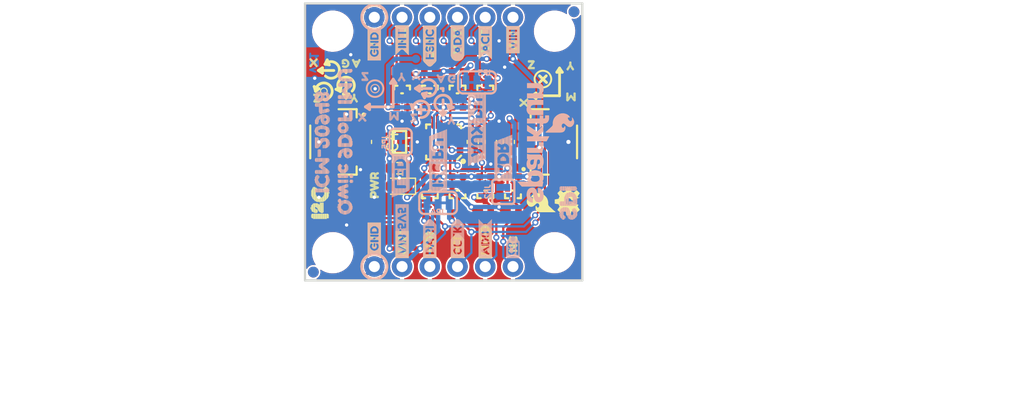
<source format=kicad_pcb>
(kicad_pcb (version 20221018) (generator pcbnew)
  (layers (0 "F.Cu" signal) (31 "B.Cu" signal) (34 "B.Paste" user) (35 "F.Paste" user) (36 "B.SilkS" user "B.Silkscreen") (37 "F.SilkS" user "F.Silkscreen") (38 "B.Mask" user) (39 "F.Mask" user) (44 "Edge.Cuts" user))
  (net 0 "")
  (net 1 "GND")
  (net 2 "Net-(U2-REGOUT)")
  (net 3 "/SDA{slash}SDI_VIN")
  (net 4 "/SCL{slash}SCLK_VIN")
  (net 5 "/~{CS}_VIN")
  (net 6 "/AD0{slash}SDO_VIN")
  (net 7 "/AUX_CL_VIN")
  (net 8 "/AUX_DA_VIN")
  (net 9 "/FSYNC_VIN")
  (net 10 "1.8V")
  (net 11 "VIN")
  (net 12 "/INT_VIN")
  (net 13 "Net-(JP3-Pad3)")
  (net 14 "Net-(JP3-Pad1)")
  (net 15 "Net-(JP4-Pad3)")
  (net 16 "Net-(JP4-Pad1)")
  (net 17 "Net-(JP5-Pad2)")
  (net 18 "/~{CS}")
  (net 19 "/AD0{slash}SDO")
  (net 20 "/SCL{slash}SCLK")
  (net 21 "/SDA{slash}SDI")
  (net 22 "/AUX_DA")
  (net 23 "/AUX_CL")
  (net 24 "/FSYNC")
  (net 25 "/INT")
  (net 26 "Net-(D1-PadC)")
  (footprint "SparkFun_IMU_Breakout_ICM-20948:SC70" (layer "F.Cu") (at 144.4371 105.0036 -90)
    (fp_text reference "U3" hide)
    (fp_text value "V_REG_SP6214-1.8V")
  )
  (footprint "SparkFun_IMU_Breakout_ICM-20948:GND4" (layer "F.Cu") (at 142.1511 97.8916 90)
    (fp_text reference "U$24" hide)
    (fp_text value "" hide)
  )
  (footprint "SparkFun_IMU_Breakout_ICM-20948:JST04_1MM_RA" (layer "F.Cu") (at 140.8811 105.0036 -90)
    (fp_text reference "J1" hide)
    (fp_text value "QWIIC_CONNECTORJS-1MM")
  )
  (footprint "SparkFun_IMU_Breakout_ICM-20948:STAND-OFF" (layer "F.Cu") (at 138.3411 94.8436)
    (fp_text reference "H3" hide)
    (fp_text value "STAND-OFF")
  )
  (footprint "SparkFun_IMU_Breakout_ICM-20948:SOT-416FL" (layer "F.Cu") (at 147.2311 99.6696)
    (fp_text reference "Q14" hide)
    (fp_text value "MOSFET-NCH-RE1C002UN")
  )
  (footprint "SparkFun_IMU_Breakout_ICM-20948:STAND-OFF" (layer "F.Cu") (at 158.6611 94.8436)
    (fp_text reference "H4" hide)
    (fp_text value "STAND-OFF")
  )
  (footprint "SparkFun_IMU_Breakout_ICM-20948:0402-TIGHT" (layer "F.Cu") (at 144.6911 101.8286 180)
    (fp_text reference "R24" hide)
    (fp_text value "2.2KOHM-0402T-1/16W-1%")
  )
  (footprint "SparkFun_IMU_Breakout_ICM-20948:0402-TIGHT" (layer "F.Cu") (at 149.7711 101.8286 180)
    (fp_text reference "R18" hide)
    (fp_text value "2.2KOHM-0402T-1/16W-1%")
  )
  (footprint "SparkFun_IMU_Breakout_ICM-20948:SOT-416FL" (layer "F.Cu") (at 152.3111 110.3376 180)
    (fp_text reference "Q4" hide)
    (fp_text value "MOSFET-NCH-RE1C002UN")
  )
  (footprint "SparkFun_IMU_Breakout_ICM-20948:0402-TIGHT" (layer "F.Cu") (at 147.2311 111.4806 180)
    (fp_text reference "R17" hide)
    (fp_text value "2.2KOHM-0402T-1/16W-1%")
  )
  (footprint "SparkFun_IMU_Breakout_ICM-20948:SOT-416FL" (layer "F.Cu") (at 144.6911 99.6696)
    (fp_text reference "Q16" hide)
    (fp_text value "MOSFET-NCH-RE1C002UN")
  )
  (footprint "SparkFun_IMU_Breakout_ICM-20948:VIN5" (layer "F.Cu") (at 144.6911 116.0526 90)
    (fp_text reference "U$13" hide)
    (fp_text value "" hide)
  )
  (footprint "SparkFun_IMU_Breakout_ICM-20948:0402-TIGHT" (layer "F.Cu") (at 149.7711 108.1786)
    (fp_text reference "R14" hide)
    (fp_text value "2.2KOHM-0402T-1/16W-1%")
  )
  (footprint "SparkFun_IMU_Breakout_ICM-20948:Y1" (layer "F.Cu") (at 161.1417 98.0438 180)
    (fp_text reference "U$41" hide)
    (fp_text value "" hide)
  )
  (footprint "SparkFun_IMU_Breakout_ICM-20948:SOT-416FL" (layer "F.Cu") (at 147.2311 110.3376 180)
    (fp_text reference "Q8" hide)
    (fp_text value "MOSFET-NCH-RE1C002UN")
  )
  (footprint "SparkFun_IMU_Breakout_ICM-20948:X0" (layer "F.Cu") (at 155.8419 102.4804 90)
    (fp_text reference "U$40" hide)
    (fp_text value "" hide)
  )
  (footprint "SparkFun_IMU_Breakout_ICM-20948:AD012" (layer "F.Cu") (at 152.3111 116.0526 90)
    (fp_text reference "U$17" hide)
    (fp_text value "" hide)
  )
  (footprint "Capacitor_SMD:C_0603_1608Metric" (layer "F.Cu") (at 142.4051 105.0036 -90)
    (fp_text reference "C4")
    (fp_text value "1.0UF-0603-16V-10%-X7R")
  )
  (footprint "SparkFun_IMU_Breakout_ICM-20948:0402-TIGHT" (layer "F.Cu") (at 149.7711 111.4806 180)
    (fp_text reference "R15" hide)
    (fp_text value "2.2KOHM-0402T-1/16W-1%")
  )
  (footprint "SparkFun_IMU_Breakout_ICM-20948:INT3" (layer "F.Cu") (at 144.6911 97.1296 90)
    (fp_text reference "U$21" hide)
    (fp_text value "" hide)
  )
  (footprint "SparkFun_IMU_Breakout_ICM-20948:0402-TIGHT" (layer "F.Cu") (at 147.2311 101.8286 180)
    (fp_text reference "R22" hide)
    (fp_text value "2.2KOHM-0402T-1/16W-1%")
  )
  (footprint "SparkFun_IMU_Breakout_ICM-20948:ACL1" (layer "F.Cu") (at 152.3111 97.5106 90)
    (fp_text reference "U$19" hide)
    (fp_text value "" hide)
  )
  (footprint "SparkFun_IMU_Breakout_ICM-20948:0402-TIGHT" (layer "F.Cu") (at 147.2311 98.5266)
    (fp_text reference "R23" hide)
    (fp_text value "2.2KOHM-0402T-1/16W-1%")
  )
  (footprint "SparkFun_IMU_Breakout_ICM-20948:PWR0" (layer "F.Cu") (at 142.1511 110.8456 90)
    (fp_text reference "U$3" hide)
    (fp_text value "" hide)
  )
  (footprint "LED_SMD:LED_0603_1608Metric" (layer "F.Cu") (at 144.4371 109.0676 180)
    (fp_text reference "D1" hide)
    (fp_text value "RED")
  )
  (footprint "SparkFun_IMU_Breakout_ICM-20948:ADA0" (layer "F.Cu") (at 149.7711 97.6376 90)
    (fp_text reference "U$18" hide)
    (fp_text value "" hide)
  )
  (footprint "SparkFun_IMU_Breakout_ICM-20948:CL4" (layer "F.Cu") (at 149.7711 116.0526 90)
    (fp_text reference "U$15" hide)
    (fp_text value "" hide)
  )
  (footprint "SparkFun_IMU_Breakout_ICM-20948:SFE_LOGO_FLAME_.1" (layer "F.Cu") (at 157.3911 110.5916 90)
    (fp_text reference "U$28" hide)
    (fp_text value "" hide)
  )
  (footprint "SparkFun_IMU_Breakout_ICM-20948:STAND-OFF" (layer "F.Cu") (at 138.3411 115.1636)
    (fp_text reference "H1" hide)
    (fp_text value "STAND-OFF")
  )
  (footprint "SparkFun_IMU_Breakout_ICM-20948:VIN5" (layer "F.Cu") (at 154.8511 97.2566 90)
    (fp_text reference "U$30" hide)
    (fp_text value "" hide)
  )
  (footprint "SparkFun_IMU_Breakout_ICM-20948:SOT-416FL" (layer "F.Cu") (at 154.8511 110.3376 180)
    (fp_text reference "Q2" hide)
    (fp_text value "MOSFET-NCH-RE1C002UN")
  )
  (footprint "SparkFun_IMU_Breakout_ICM-20948:Z2" (layer "F.Cu") (at 155.4947 97.9172)
    (fp_text reference "U$42" hide)
    (fp_text value "" hide)
  )
  (footprint "SparkFun_IMU_Breakout_ICM-20948:FIDUCIAL-1X2" (layer "F.Cu") (at 160.4391 93.0656)
    (fp_text reference "FD1" hide)
    (fp_text value "FIDUCIAL1X2" hide)
  )
  (footprint "SparkFun_IMU_Breakout_ICM-20948:OSHW-LOGO-MINI" (layer "F.Cu") (at 159.9311 110.4646 90)
    (fp_text reference "LOGO2" hide)
    (fp_text value "OSHW-LOGOMINI" hide)
  )
  (footprint "SparkFun_IMU_Breakout_ICM-20948:Z2" (layer "F.Cu") (at 137.9093 100.9904 180)
    (fp_text reference "U$36" hide)
    (fp_text value "" hide)
  )
  (footprint "SparkFun_IMU_Breakout_ICM-20948:SOT-416FL" (layer "F.Cu") (at 149.7711 99.6696)
    (fp_text reference "Q10" hide)
    (fp_text value "MOSFET-NCH-RE1C002UN")
  )
  (footprint "SparkFun_IMU_Breakout_ICM-20948:1X06_NO_SILK" (layer "F.Cu") (at 142.1511 116.4336)
    (fp_text reference "J3" hide)
    (fp_text value "CONN_06NO_SILK_NO_POP")
  )
  (footprint "SparkFun_IMU_Breakout_ICM-20948:0402-TIGHT" (layer "F.Cu") (at 152.3111 111.4806 180)
    (fp_text reference "R13" hide)
    (fp_text value "2.2KOHM-0402T-1/16W-1%")
  )
  (footprint "SparkFun_IMU_Breakout_ICM-20948:FSNC2" (layer "F.Cu") (at 147.2311 98.1456 90)
    (fp_text reference "U$20" hide)
    (fp_text value "" hide)
  )
  (footprint "SparkFun_IMU_Breakout_ICM-20948:Y1" (layer "F.Cu") (at 141.3383 100.9904 180)
    (fp_text reference "U$35" hide)
    (fp_text value "" hide)
  )
  (footprint "SparkFun_IMU_Breakout_ICM-20948:G5" (layer "F.Cu") (at 140.5763 97.8154 180)
    (fp_text reference "U$37" hide)
    (fp_text value "" hide)
  )
  (footprint "SparkFun_IMU_Breakout_ICM-20948:0402-TIGHT" (layer "F.Cu") (at 147.2311 108.1786)
    (fp_text reference "R16" hide)
    (fp_text value "2.2KOHM-0402T-1/16W-1%")
  )
  (footprint "SparkFun_IMU_Breakout_ICM-20948:QFN24-3X3" (layer "F.Cu") (at 148.5011 105.0036 180)
    (fp_text reference "U2" hide)
    (fp_text value "ICM-20948")
  )
  (footprint "SparkFun_IMU_Breakout_ICM-20948:0402-TIGHT" (layer "F.Cu") (at 149.7711 98.5266)
    (fp_text reference "R19" hide)
    (fp_text value "2.2KOHM-0402T-1/16W-1%")
  )
  (footprint "Capacitor_SMD:C_0603_1608Metric" (layer "F.Cu") (at 151.1681 105.0036 -90)
    (fp_text reference "C3" hide)
    (fp_text value "0.1UF-0603-25V-5%")
  )
  (footprint "SparkFun_IMU_Breakout_ICM-20948:M3" (layer "F.Cu") (at 161.3195 100.8886 180)
    (fp_text reference "U$39" hide)
    (fp_text value "" hide)
  )
  (footprint "SparkFun_IMU_Breakout_ICM-20948:0402-TIGHT" (layer "F.Cu") (at 144.6911 98.5266)
    (fp_text reference "R25" hide)
    (fp_text value "2.2KOHM-0402T-1/16W-1%")
  )
  (footprint "Capacitor_SMD:C_0603_1608Metric" (layer "F.Cu") (at 154.4701 105.0036 -90)
    (fp_text reference "C2" hide)
    (fp_text value "0.1UF-0603-25V-5%")
  )
  (footprint "SparkFun_IMU_Breakout_ICM-20948:0402-TIGHT" (layer "F.Cu") (at 152.3111 101.8286 180)
    (fp_text reference "R20" hide)
    (fp_text value "2.2KOHM-0402T-1/16W-1%")
  )
  (footprint "SparkFun_IMU_Breakout_ICM-20948:FIDUCIAL-1X2" (layer "F.Cu") (at 136.5631 116.9416)
    (fp_text reference "FD4" hide)
    (fp_text value "FIDUCIAL1X2" hide)
  )
  (footprint "SparkFun_IMU_Breakout_ICM-20948:SOT-416FL" (layer "F.Cu") (at 149.7711 110.3376 180)
    (fp_text reference "Q6" hide)
    (fp_text value "MOSFET-NCH-RE1C002UN")
  )
  (footprint "SparkFun_IMU_Breakout_ICM-20948:A4" (layer "F.Cu") (at 141.5923 97.8154 180)
    (fp_text reference "U$38" hide)
    (fp_text value "" hide)
  )
  (footprint "SparkFun_IMU_Breakout_ICM-20948:CREATIVE_COMMONS" (layer "F.Cu") (at 128.1811 128.1176)
    (fp_text reference "FRAME2" hide)
    (fp_text value "FRAME-LEDGER" hide)
  )
  (footprint "SparkFun_IMU_Breakout_ICM-20948:0402-TIGHT" (layer "F.Cu") (at 154.8511 108.1786)
    (fp_text reference "R10" hide)
    (fp_text value "2.2KOHM-0402T-1/16W-1%")
  )
  (footprint "SparkFun_IMU_Breakout_ICM-20948:0402-TIGHT" (layer "F.Cu") (at 154.8511 111.4806 180)
    (fp_text reference "R11" hide)
    (fp_text value "2.2KOHM-0402T-1/16W-1%")
  )
  (footprint "SparkFun_IMU_Breakout_ICM-20948:STAND-OFF" (layer "F.Cu") (at 158.6611 115.1636)
    (fp_text reference "H2" hide)
    (fp_text value "STAND-OFF")
  )
  (footprint "Resistor_SMD:R_0603_1608Metric" (layer "F.Cu") (at 144.4371 107.4166 180)
    (fp_text reference "R9" hide)
    (fp_text value "220OHM-0603-1/10W-1%" hide)
  )
  (footprint "SparkFun_IMU_Breakout_ICM-20948:X0" (layer "F.Cu") (at 137.6553 97.7392 180)
    (fp_text reference "U$34" hide)
    (fp_text value "" hide)
  )
  (footprint "SparkFun_IMU_Breakout_ICM-20948:1X06_NO_SILK" (layer "F.Cu") (at 142.1511 93.5736)
    (fp_text reference "J4" hide)
    (fp_text value "CONN_06NO_SILK_NO_POP")
  )
  (footprint "SparkFun_IMU_Breakout_ICM-20948:DA2" (layer "F.Cu") (at 147.2311 116.0526 90)
    (fp_text reference "U$16" hide)
    (fp_text value "" hide)
  )
  (footprint "Capacitor_SMD:C_0603_1608Metric" (layer "F.Cu") (at 152.8191 105.0036 -90)
    (fp_text reference "C1" hide)
    (fp_text value "1.0UF-0603-16V-10%-X7R")
  )
  (footprint "SparkFun_IMU_Breakout_ICM-20948:GND4" (layer "F.Cu") (at 142.1511 115.6716 90)
    (fp_text reference "U$22" hide)
    (fp_text value "" hide)
  )
  (footprint "SparkFun_IMU_Breakout_ICM-20948:0402-TIGHT" (layer "F.Cu") (at 152.3111 108.1786)
    (fp_text reference "R12" hide)
    (fp_text value "2.2KOHM-0402T-1/16W-1%")
  )
  (footprint "SparkFun_IMU_Breakout_ICM-20948:NC17" (layer "F.Cu") (at 154.8511 115.7986 90)
    (fp_text reference "U$14" hide)
    (fp_text value "" hide)
  )
  (footprint "SparkFun_IMU_Breakout_ICM-20948:JST04_1MM_RA" (layer "F.Cu") (at 156.1211 105.0036 90)
    (fp_text reference "J2" hide)
    (fp_text value "QWIIC_CONNECTORJS-1MM")
  )
  (footprint "SparkFun_IMU_Breakout_ICM-20948:0402-TIGHT" (layer "F.Cu") (at 152.3111 98.5266)
    (fp_text reference "R21" hide)
    (fp_text value "2.2KOHM-0402T-1/16W-1%")
  )
  (footprint "SparkFun_IMU_Breakout_ICM-20948:SOT-416FL" (layer "F.Cu") (at 152.3111 99.6696)
    (fp_text reference "Q12" hide)
    (fp_text value "MOSFET-NCH-RE1C002UN")
  )
  (footprint "SparkFun_IMU_Breakout_ICM-20948:I#C1" (layer "F.Cu") (at 137.1727 113.4491 90)
    (fp_text reference "U$45" hide)
    (fp_text value "" hide)
  )
  (footprint "SparkFun_IMU_Breakout_ICM-20948:FIDUCIAL-1X2" (layer "B.Cu") (at 160.4391 93.0656 180)
    (fp_text reference "FD2" hide)
    (fp_text value "FIDUCIAL1X2" hide)
  )
  (footprint "SparkFun_IMU_Breakout_ICM-20948:MOSI14" (layer "B.Cu") (at 147.2311 116.0526 90)
    (fp_text reference "U$9" hide)
    (fp_text value "" hide)
  )
  (footprint "SparkFun_IMU_Breakout_ICM-20948:QWIIC_9DOF_IMU_0" (layer "B.Cu") (at 139.4841 112.8141 90)
    (fp_text reference "U$43" hide)
    (fp_text value "" hide)
  )
  (footprint "SparkFun_IMU_Breakout_ICM-20948:SPI19" (layer "B.Cu") (at 159.9311 113.5126 90)
    (fp_text reference "U$26" hide)
    (fp_text value "" hide)
  )
  (footprint "SparkFun_IMU_Breakout_ICM-20948:GND4" (layer "B.Cu") (at 142.1511 115.6716 90)
    (fp_text reference "U$1" hide)
    (fp_text value "" hide)
  )
  (footprint "SparkFun_IMU_Breakout_ICM-20948:ACL1" (layer "B.Cu") (at 152.3111 97.5106 90)
    (fp_text reference "U$6" hide)
    (fp_text value "" hide)
  )
  (footprint "SparkFun_IMU_Breakout_ICM-20948:AUX_PU24" (layer "B.Cu") (at 151.5491 107.2896 90)
    (fp_text reference "U$27" hide)
    (fp_text value "" hide)
  )
  (footprint "SparkFun_IMU_Breakout_ICM-20948:SMT-JUMPER_3_2-NC_TRACE_SILK" (layer "B.Cu") (at 151.5491 99.5426 180)
    (fp_text reference "JP3")
    (fp_text value "JUMPER-SMT_3_2-NC_TRACE_SILK")
  )
  (footprint "SparkFun_IMU_Breakout_ICM-20948:INT3" (layer "B.Cu") (at 144.6911 97.1296 90)
    (fp_text reference "U$4" hide)
    (fp_text value "" hide)
  )
  (footprint "SparkFun_IMU_Breakout_ICM-20948:SFE_LOGO_NAME_FLAME_.1" (layer "B.Cu") (at 156.7561 105.0036 90)
    (fp_text reference "LOGO1" hide)
    (fp_text value "SFE_LOGO_NAME_FLAME.1_INCH" hide)
  )
  (footprint "SparkFun_IMU_Breakout_ICM-20948:PAD.03X.03" (layer "B.Cu") (at 145.9611 97.3836 180)
    (fp_text reference "TP1" hide)
    (fp_text value "TEST-POINT3" hide)
  )
  (footprint "SparkFun_IMU_Breakout_ICM-20948:MISO13" (layer "B.Cu") (at 152.3111 116.0526 90)
    (fp_text reference "U$8" hide)
    (fp_text value "" hide)
  )
  (footprint "SparkFun_IMU_Breakout_ICM-20948:1V8#5V57" (layer "B.Cu") (at 144.6911 116.0526 90)
    (fp_text reference "U$12" hide)
    (fp_text value "" hide)
  )
  (footprint "SparkFun_IMU_Breakout_ICM-20948:X0" (layer "B.Cu") (at 147.0533 98.933 180)
    (fp_text reference "U$57" hide)
    (fp_text value "" hide)
  )
  (footprint "SparkFun_IMU_Breakout_ICM-20948:Y1" (layer "B.Cu") (at 143.6075 99.0598)
    (fp_text reference "U$51" hide)
    (fp_text value "" hide)
  )
  (footprint "SparkFun_IMU_Breakout_ICM-20948:#CS16" (layer "B.Cu") (at 154.8511 116.1796 90)
    (fp_text reference "U$11" hide)
    (fp_text value "" hide)
  )
  (footprint "SparkFun_IMU_Breakout_ICM-20948:M3" (layer "B.Cu") (at 142.7947 102.6666)
    (fp_text reference "U$49" hide)
    (fp_text value "" hide)
  )
  (footprint "SparkFun_IMU_Breakout_ICM-20948:Z2" (layer "B.Cu") (at 146.7993 102.7938 180)
    (fp_text reference "U$59" hide)
    (fp_text value "" hide)
  )
  (footprint "SparkFun_IMU_Breakout_ICM-20948:ADR2" (layer "B.Cu") (at 153.9621 109.0676 90)
    (fp_text reference "U$23" hide)
    (fp_text value "" hide)
  )
  (footprint "SparkFun_IMU_Breakout_ICM-20948:SMT-JUMPER_2_NO_SILK" (layer "B.Cu") (at 153.9621 109.5756 -90)
    (fp_text reference "JP2")
    (fp_text value "JUMPER-SMT_2_NO_SILK")
  )
  (footprint "SparkFun_IMU_Breakout_ICM-20948:A4" (layer "B.Cu") (at 147.1549 99.2124)
    (fp_text reference "U$61" hide)
    (fp_text value "" hide)
  )
  (footprint "SparkFun_IMU_Breakout_ICM-20948:FIDUCIAL-1X2" (layer "B.Cu") (at 136.5631 116.9416 180)
    (fp_text reference "FD3" hide)
    (fp_text value "FIDUCIAL1X2" hide)
  )
  (footprint "SparkFun_IMU_Breakout_ICM-20948:Y1" (layer "B.Cu") (at 148.1709 103.0224)
    (fp_text reference "U$58" hide)
    (fp_text value "" hide)
  )
  (footprint "SparkFun_IMU_Breakout_ICM-20948:ADA0" (layer "B.Cu") (at 149.7711 97.6376 90)
    (fp_text reference "U$7" hide)
    (fp_text value "" hide)
  )
  (footprint "SparkFun_IMU_Breakout_ICM-20948:FSNC2" (layer "B.Cu") (at 147.2311 98.1456 90)
    (fp_text reference "U$5" hide)
    (fp_text value "" hide)
  )
  (footprint "SparkFun_IMU_Breakout_ICM-20948:VIN5" (layer "B.Cu") (at 154.8511 97.2566 90)
    (fp_text reference "U$44" hide)
    (fp_text value "" hide)
  )
  (footprint "SparkFun_IMU_Breakout_ICM-20948:SMT-JUMPER_2_NC_TRACE_SILK" (layer "B.Cu") (at 144.5641 105.0036 -90)
    (fp_text reference "JP5")
    (fp_text value "JUMPER-SMT_2_NC_TRACE_SILK")
  )
  (footprint "SparkFun_IMU_Breakout_ICM-20948:LED23" (layer "B.Cu") (at 144.5641 110.2106 90)
    (fp_text reference "U$29" hide)
    (fp_text value "" hide)
  )
  (footprint "SparkFun_IMU_Breakout_ICM-20948:G5" (layer "B.Cu") (at 148.1709 99.2124)
    (fp_text reference "U$60" hide)
    (fp_text value "" hide)
  )
  (footprint "SparkFun_IMU_Breakout_ICM-20948:SCLK15" (layer "B.Cu") (at 149.7711 116.0526 90)
    (fp_text reference "U$10" hide)
    (fp_text value "" hide)
  )
  (footprint "SparkFun_IMU_Breakout_ICM-20948:X0" (layer "B.Cu") (at 139.9753 102.7428)
    (fp_text reference "U$50" hide)
    (fp_text value "" hide)
  )
  (footprint "SparkFun_IMU_Breakout_ICM-20948:GND4" (layer "B.Cu") (at 142.1511 97.8916 90)
    (fp_text reference "U$2" hide)
    (fp_text value "" hide)
  )
  (footprint "SparkFun_IMU_Breakout_ICM-20948:Z2" (layer "B.Cu") (at 140.2547 99.009)
    (fp_text reference "U$52" hide)
    (fp_text value "" hide)
  )
  (footprint "SparkFun_IMU_Breakout_ICM-20948:ICM#2094820" (layer "B.Cu") (at 137.3886 110.7821 90)
    (fp_text reference "U$31" hide)
    (fp_text value "" hide)
  )
  (footprint "SparkFun_IMU_Breakout_ICM-20948:I2C_PU21" (layer "B.Cu") (at 147.9931 110.0836 90)
    (fp_text reference "U$25" hide)
    (fp_text value "" hide)
  )
  (footprint "SparkFun_IMU_Breakout_ICM-20948:SMT-JUMPER_3_2-NC_TRACE_SILK" (layer "B.Cu") (at 147.9931 110.5916)
    (fp_text reference "JP4")
    (fp_text value "JUMPER-SMT_3_2-NC_TRACE_SILK")
  )
  (gr_line (start 141.7191 101.5324) (end 141.3381 101.7864) (stroke (width 0.254)) (layer "B.SilkS"))
  (gr_circle (center 142.2146 100.1141) (end 142.9766 100.1141) (stroke (width 0.1778)) (fill none) (layer "B.SilkS"))
  (gr_line (start 145.9103 100.1014) (end 147.3835 100.1014) (stroke (width 0.254)) (layer "B.SilkS"))
  (gr_line (start 143.8781 101.7864) (end 143.8781 99.2464) (stroke (width 0.254)) (layer "B.SilkS"))
  (gr_line (start 145.9865 101.7778) (end 145.5293 101.5746) (stroke (width 0.254)) (layer "B.SilkS"))
  (gr_line (start 146.418103 101.684766) (end 146.418103 102.421369) (stroke (width 0.254)) (layer "B.SilkS"))
  (gr_line (start 148.8821 101.6254) (end 149.3901 101.8286) (stroke (width 0.254)) (layer "B.SilkS"))
  (gr_line (start 146.9517 100.5078) (end 146.7485 100.965) (stroke (width 0.254)) (layer "B.SilkS"))
  (gr_circle (center 142.2146 100.1141) (end 142.5956 100.1141) (fill none) (layer "B.SilkS"))
  (gr_line (start 141.7191 102.0404) (end 141.7191 101.5324) (stroke (width 0.254)) (layer "B.SilkS"))
  (gr_line (start 145.7579 101.7778) (end 145.6817 101.6762) (stroke (width 0.254)) (layer "B.SilkS"))
  (gr_line (start 148.1963 102.2604) (end 148.4503 102.6414) (stroke (width 0.254)) (layer "B.SilkS"))
  (gr_line (start 146.2913 100.3554) (end 146.2913 99.8474) (stroke (width 0.254)) (layer "B.SilkS"))
  (gr_line (start 146.7485 100.965) (end 146.5453 100.6094) (stroke (width 0.254)) (layer "B.SilkS"))
  (gr_line (start 148.4503 100.1014) (end 148.4503 100.33) (stroke (width 0.254)) (layer "B.SilkS"))
  (gr_line (start 145.6563 102.0064) (end 145.9865 101.7778) (stroke (width 0.254)) (layer "B.SilkS"))
  (gr_line (start 146.2913 99.8474) (end 145.9103 100.1014) (stroke (width 0.254)) (layer "B.SilkS"))
  (gr_line (start 144.1321 99.6274) (end 143.8781 99.2464) (stroke (width 0.254)) (layer "B.SilkS"))
  (gr_line (start 148.9837 102.0064) (end 148.8821 101.6254) (stroke (width 0.254)) (layer "B.SilkS"))
  (gr_line (start 146.5453 100.584) (end 146.9517 100.5078) (stroke (width 0.254)) (layer "B.SilkS"))
  (gr_line (start 145.5293 101.5746) (end 145.6563 102.0064) (stroke (width 0.254)) (layer "B.SilkS"))
  (gr_line (start 148.4503 100.1014) (end 148.2471 100.1014) (stroke (width 0.254)) (layer "B.SilkS"))
  (gr_line (start 149.3901 101.8286) (end 148.9837 102.0064) (stroke (width 0.254)) (layer "B.SilkS"))
  (gr_line (start 148.7043 102.2604) (end 148.1963 102.2604) (stroke (width 0.254)) (layer "B.SilkS"))
  (gr_circle (center 142.1511 93.5736) (end 143.303093 93.5736) (stroke (width 0.254)) (fill none) (layer "B.SilkS"))
  (gr_line (start 148.4503 102.6414) (end 148.7043 102.2604) (stroke (width 0.254)) (layer "B.SilkS"))
  (gr_arc (start 145.6563 102.0064) (mid 146.957115 101.467585) (end 146.4183 102.7684) (stroke (width 0.254)) (layer "B.SilkS"))
  (gr_line (start 141.3381 101.7864) (end 141.7191 102.0404) (stroke (width 0.254)) (layer "B.SilkS"))
  (gr_line (start 145.7833 101.8794) (end 145.6563 101.8794) (stroke (width 0.127)) (layer "B.SilkS"))
  (gr_line (start 146.7737 102.040363) (end 146.062496 102.040357) (stroke (width 0.254)) (layer "B.SilkS"))
  (gr_line (start 145.9103 100.1014) (end 146.2913 100.3554) (stroke (width 0.254)) (layer "B.SilkS"))
  (gr_line (start 148.4503 102.6414) (end 148.4503 101.1428) (stroke (width 0.254)) (layer "B.SilkS"))
  (gr_arc (start 146.522315 99.529947) (mid 147.840279 100.025338) (end 146.558043 100.606985) (stroke (width 0.254)) (layer "B.SilkS"))
  (gr_circle (center 142.1511 116.4336) (end 143.303093 116.4336) (stroke (width 0.254)) (fill none) (layer "B.SilkS"))
  (gr_line (start 143.8781 99.2464) (end 143.6241 99.6274) (stroke (width 0.254)) (layer "B.SilkS"))
  (gr_arc (start 147.929646 102.029385) (mid 148.425037 100.711421) (end 149.006684 101.993657) (stroke (width 0.254)) (layer "B.SilkS"))
  (gr_line (start 143.8781 101.7864) (end 141.3381 101.7864) (stroke (width 0.254)) (layer "B.SilkS"))
  (gr_line (start 143.6241 99.6274) (end 144.1321 99.6274) (stroke (width 0.254)) (layer "B.SilkS"))
  (gr_line (start 139.5603 99.568) (end 139.5603 100.9904) (stroke (width 0.254)) (layer "F.SilkS"))
  (gr_line (start 139.8143 100.6094) (end 139.3063 100.6094) (stroke (width 0.254)) (layer "F.SilkS"))
  (gr_line (start 136.7663 100.3554) (end 137.0965 100.1268) (stroke (width 0.254)) (layer "F.SilkS"))
  (gr_line (start 159.1181 98.2304) (end 158.8641 98.6114) (stroke (width 0.254)) (layer "F.SilkS"))
  (gr_line (start 139.3063 100.6094) (end 139.5603 100.9904) (stroke (width 0.254)) (layer "F.SilkS"))
  (gr_line (start 139.5603 98.4504) (end 139.5603 98.6536) (stroke (width 0.254)) (layer "F.SilkS"))
  (gr_line (start 138.029609 97.93765) (end 137.834621 97.476888) (stroke (width 0.254)) (layer "F.SilkS"))
  (gr_line (start 137.0965 100.1268) (end 136.6393 99.9236) (stroke (width 0.254)) (layer "F.SilkS"))
  (gr_line (start 157.8989 98.941563) (end 157.289296 99.551157) (stroke (width 0.254)) (layer "F.SilkS"))
  (gr_line (start 137.4013 98.1964) (end 137.0203 98.4504) (stroke (width 0.254)) (layer "F.SilkS"))
  (gr_line (start 158.8641 98.6114) (end 159.3721 98.6114) (stroke (width 0.254)) (layer "F.SilkS"))
  (gr_line (start 139.5603 100.9904) (end 139.8143 100.6094) (stroke (width 0.254)) (layer "F.SilkS"))
  (gr_circle (center 137.5283 100.3554) (end 137.8331 100.3554) (fill none) (layer "F.SilkS"))
  (gr_line (start 159.1181 100.7704) (end 156.5781 100.7704) (stroke (width 0.254)) (layer "F.SilkS"))
  (gr_line (start 136.6393 99.9236) (end 136.7663 100.3554) (stroke (width 0.254)) (layer "F.SilkS"))
  (gr_arc (start 137.632315 97.878947) (mid 138.950279 98.374338) (end 137.668043 98.955985) (stroke (width 0.254)) (layer "F.SilkS"))
  (gr_line (start 159.1181 100.7704) (end 159.1181 98.2304) (stroke (width 0.254)) (layer "F.SilkS"))
  (gr_line (start 137.632315 97.878947) (end 138.029609 97.93765) (stroke (width 0.254)) (layer "F.SilkS"))
  (gr_line (start 156.5781 100.7704) (end 156.9591 101.0244) (stroke (width 0.254)) (layer "F.SilkS"))
  (gr_line (start 137.0203 98.4504) (end 137.4013 98.7044) (stroke (width 0.254)) (layer "F.SilkS"))
  (gr_line (start 157.289303 98.941566) (end 157.924303 99.551169) (stroke (width 0.254)) (layer "F.SilkS"))
  (gr_line (start 136.8679 100.1268) (end 136.7917 100.0252) (stroke (width 0.254)) (layer "F.SilkS"))
  (gr_line (start 139.09835 99.981091) (end 138.637587 100.176079) (stroke (width 0.254)) (layer "F.SilkS"))
  (gr_line (start 156.9591 101.0244) (end 156.9591 100.5164) (stroke (width 0.254)) (layer "F.SilkS"))
  (gr_line (start 159.3721 98.6114) (end 159.1181 98.2304) (stroke (width 0.254)) (layer "F.SilkS"))
  (gr_circle (center 142.1511 93.5736) (end 143.292121 93.5736) (stroke (width 0.254)) (fill none) (layer "F.SilkS"))
  (gr_line (start 156.9591 100.5164) (end 156.5781 100.7704) (stroke (width 0.254)) (layer "F.SilkS"))
  (gr_line (start 136.8933 100.2284) (end 136.7663 100.2284) (stroke (width 0.127)) (layer "F.SilkS"))
  (gr_line (start 139.039646 100.378385) (end 139.09835 99.981091) (stroke (width 0.254)) (layer "F.SilkS"))
  (gr_arc (start 136.7663 100.3554) (mid 138.067115 99.816585) (end 137.5283 101.1174) (stroke (width 0.254)) (layer "F.SilkS"))
  (gr_line (start 139.5603 98.4504) (end 139.3571 98.4504) (stroke (width 0.254)) (layer "F.SilkS"))
  (gr_circle (center 142.1511 116.4336) (end 143.303093 116.4336) (stroke (width 0.254)) (fill none) (layer "F.SilkS"))
  (gr_line (start 138.637587 100.176079) (end 139.039646 100.378385) (stroke (width 0.254)) (layer "F.SilkS"))
  (gr_line (start 137.4013 98.7044) (end 137.4013 98.1964) (stroke (width 0.254)) (layer "F.SilkS"))
  (gr_line (start 137.0457 98.4504) (end 138.4427 98.4504) (stroke (width 0.254)) (layer "F.SilkS"))
  (gr_circle (center 157.5943 99.2378) (end 158.3563 99.2378) (stroke (width 0.1778)) (fill none) (layer "F.SilkS"))
  (gr_line (start 137.834621 97.476888) (end 137.632315 97.878947) (stroke (width 0.254)) (layer "F.SilkS"))
  (gr_arc (start 139.039646 100.378385) (mid 139.535037 99.060421) (end 140.116684 100.342657) (stroke (width 0.254)) (layer "F.SilkS"))
  (gr_line (start 161.2011 117.7036) (end 135.8011 117.7036) (stroke (width 0.2032)) (layer "Edge.Cuts"))
  (gr_line (start 161.2011 92.3036) (end 161.2011 117.7036) (stroke (width 0.2032)) (layer "Edge.Cuts"))
  (gr_line (start 135.8011 92.3036) (end 161.2011 92.3036) (stroke (width 0.2032)) (layer "Edge.Cuts"))
  (gr_line (start 135.8011 117.7036) (end 135.8011 92.3036) (stroke (width 0.2032)) (layer "Edge.Cuts"))
  (gr_text "v31" (at 136.1821 98.7806 -90) (layer "B.Cu") (effects (font (size 0.7112 0.7112) (thickness 0.1778)) (justify left bottom mirror)))
  (segment (start 143.2551 105.0036) (end 142.4051 105.8536) (width 0.4064) (layer "F.Cu") (net 1))
  (segment (start 146.9486 106.0036) (end 146.3261 106.0036) (width 0.2032) (layer "F.Cu") (net 1))
  (segment (start 146.3261 106.0036) (end 146.0881 105.7656) (width 0.2032) (layer "F.Cu") (net 1))
  (segment (start 143.6121 105.0036) (end 143.2551 105.0036) (width 0.4064) (layer "F.Cu") (net 1))
  (segment (start 154.4701 105.8536) (end 152.8191 105.8536) (width 0.4064) (layer "F.Cu") (net 1))
  (segment (start 146.0881 105.7656) (end 146.0881 105.0036) (width 0.2032) (layer "F.Cu") (net 1))
  (segment (start 152.8191 105.8536) (end 151.1681 105.8536) (width 0.4064) (layer "F.Cu") (net 1))
  (via (at 153.5811 103.0986) (size 0.5588) (drill 0.3048) (layers "F.Cu" "B.Cu") (net 1))
  (via (at 144.4371 108.3056) (size 0.5588) (drill 0.3048) (layers "F.Cu" "B.Cu") (net 1))
  (via (at 159.9311 105.0036) (size 0.635) (drill 0.381) (layers "F.Cu" "B.Cu") (net 1))
  (via (at 139.9921 97.0026) (size 0.5588) (drill 0.3048) (layers "F.Cu" "B.Cu") (net 1))
  (via (at 137.0711 105.0036) (size 0.5588) (drill 0.3048) (layers "F.Cu" "B.Cu") (net 1))
  (via (at 142.1511 110.0836) (size 0.5588) (drill 0.3048) (layers "F.Cu" "B.Cu") (net 1))
  (via (at 151.1681 107.0356) (size 0.5588) (drill 0.3048) (layers "F.Cu" "B.Cu") (net 1))
  (via (at 136.6901 99.1616) (size 0.5588) (drill 0.3048) (layers "F.Cu" "B.Cu") (net 1))
  (via (at 153.5811 95.7326) (size 0.5588) (drill 0.3048) (layers "F.Cu" "B.Cu") (net 1))
  (via (at 146.0881 105.0036) (size 0.5588) (drill 0.3048) (layers "F.Cu" "B.Cu") (net 1))
  (via (at 140.8811 107.5436) (size 0.5588) (drill 0.3048) (layers "F.Cu" "B.Cu") (net 1))
  (via (at 152.8191 107.0356) (size 0.5588) (drill 0.3048) (layers "F.Cu" "B.Cu") (net 1))
  (via (at 139.6111 112.6236) (size 0.5588) (drill 0.3048) (layers "F.Cu" "B.Cu") (net 1))
  (via (at 142.2273 100.1268) (size 0.5588) (drill 0.3048) (layers "F.Cu" "B.Cu") (net 1))
  (via (at 154.0891 98.1456) (size 0.5588) (drill 0.3048) (layers "F.Cu" "B.Cu") (net 1))
  (via (at 139.6111 102.4636) (size 0.5588) (drill 0.3048) (layers "F.Cu" "B.Cu") (net 1))
  (via (at 137.0711 110.0836) (size 0.5588) (drill 0.3048) (layers "F.Cu" "B.Cu") (net 1))
  (via (at 144.6911 103.0986) (size 0.5588) (drill 0.3048) (layers "F.Cu" "B.Cu") (net 1))
  (segment (start 148.3011 103.5036) (end 148.3011 103.0226) (width 0.2032) (layer "F.Cu") (net 2))
  (segment (start 148.3011 103.0226) (end 148.5011 102.8226) (width 0.2032) (layer "F.Cu") (net 2))
  (segment (start 151.1681 102.9716) (end 151.1681 104.1536) (width 0.2032) (layer "F.Cu") (net 2))
  (segment (start 151.0411 102.8446) (end 151.1681 102.9716) (width 0.2032) (layer "F.Cu") (net 2))
  (via (at 151.0411 102.8446) (size 0.5588) (drill 0.3048) (layers "F.Cu" "B.Cu") (net 2))
  (via (at 148.5011 102.8226) (size 0.5588) (drill 0.3048) (layers "F.Cu" "B.Cu") (net 2))
  (segment (start 148.5011 102.8226) (end 151.0191 102.8226) (width 0.2032) (layer "B.Cu") (net 2))
  (segment (start 151.0191 102.8226) (end 151.0411 102.8446) (width 0.2032) (layer "B.Cu") (net 2))
  (segment (start 147.2311 110.3876) (end 147.7311 110.8876) (width 0.2032) (layer "F.Cu") (net 3))
  (segment (start 157.0181 104.5036) (end 157.7721 105.2576) (width 0.2032) (layer "F.Cu") (net 3))
  (segment (start 157.0181 104.5036) (end 156.1211 104.5036) (width 0.2032) (layer "F.Cu") (net 3))
  (segment (start 147.7311 111.4806) (end 147.7311 111.8536) (width 0.2032) (layer "F.Cu") (net 3))
  (segment (start 157.7721 110.8456) (end 156.8831 111.7346) (width 0.2032) (layer "F.Cu") (net 3))
  (segment (start 144.1831 112.3696) (end 141.0081 112.3696) (width 0.2032) (layer "F.Cu") (net 3))
  (segment (start 147.7311 110.8876) (end 147.7311 111.4806) (width 0.2032) (layer "F.Cu") (net 3))
  (segment (start 144.1831 112.3696) (end 146.1651 110.3876) (width 0.2032) (layer "F.Cu") (net 3))
  (segment (start 147.2311 110.3876) (end 146.1651 110.3876) (width 0.2032) (layer "F.Cu") (net 3))
  (segment (start 139.4921 105.5036) (end 140.8811 105.5036) (width 0.2032) (layer "F.Cu") (net 3))
  (segment (start 139.1031 105.8926) (end 139.4921 105.5036) (width 0.2032) (layer "F.Cu") (net 3))
  (segment (start 141.0081 112.3696) (end 139.1031 110.4646) (width 0.2032) (layer "F.Cu") (net 3))
  (segment (start 139.1031 110.4646) (end 139.1031 105.8926) (width 0.2032) (layer "F.Cu") (net 3))
  (segment (start 157.7721 105.2576) (end 157.7721 110.8456) (width 0.2032) (layer "F.Cu") (net 3))
  (segment (start 148.6281 112.7506) (end 147.7311 111.8536) (width 0.2032) (layer "F.Cu") (net 3))
  (via (at 156.8831 111.7346) (size 0.5588) (drill 0.3048) (layers "F.Cu" "B.Cu") (net 3))
  (via (at 148.6281 112.7506) (size 0.5588) (drill 0.3048) (layers "F.Cu" "B.Cu") (net 3))
  (segment (start 147.2311 114.7826) (end 148.6281 113.3856) (width 0.2032) (layer "B.Cu") (net 3))
  (segment (start 147.2311 116.4336) (end 147.2311 114.7826) (width 0.2032) (layer "B.Cu") (net 3))
  (segment (start 148.6281 112.7506) (end 148.6281 113.3856) (width 0.2032) (layer "B.Cu") (net 3))
  (segment (start 155.8671 112.7506) (end 156.8831 111.7346) (width 0.2032) (layer "B.Cu") (net 3))
  (segment (start 155.8671 112.7506) (end 148.6281 112.7506) (width 0.2032) (layer "B.Cu") (net 3))
  (segment (start 157.2881 103.5036) (end 158.1531 104.3686) (width 0.2032) (layer "F.Cu") (net 4))
  (segment (start 141.1351 111.9886) (end 139.4841 110.3376) (width 0.2032) (layer "F.Cu") (net 4))
  (segment (start 139.4841 106.9086) (end 139.4841 110.3376) (width 0.2032) (layer "F.Cu") (net 4))
  (segment (start 158.1531 111.1471) (end 156.9052 112.395) (width 0.2032) (layer "F.Cu") (net 4))
  (segment (start 150.2711 110.8876) (end 150.2711 111.4806) (width 0.2032) (layer "F.Cu") (net 4))
  (segment (start 149.7711 110.3876) (end 149.2131 109.8296) (width 0.2032) (layer "F.Cu") (net 4))
  (segment (start 144.025731 111.9886) (end 141.1351 111.9886) (width 0.2032) (layer "F.Cu") (net 4))
  (segment (start 140.8811 106.5036) (end 139.8891 106.5036) (width 0.2032) (layer "F.Cu") (net 4))
  (segment (start 149.7711 110.3876) (end 150.2711 110.8876) (width 0.2032) (layer "F.Cu") (net 4))
  (segment (start 146.184731 109.8296) (end 144.025731 111.9886) (width 0.2032) (layer "F.Cu") (net 4))
  (segment (start 150.2711 111.4806) (end 150.2711 112.4886) (width 0.2032) (layer "F.Cu") (net 4))
  (segment (start 149.2131 109.8296) (end 146.184731 109.8296) (width 0.2032) (layer "F.Cu") (net 4))
  (segment (start 157.2881 103.5036) (end 156.1211 103.5036) (width 0.2032) (layer "F.Cu") (net 4))
  (segment (start 139.8891 106.5036) (end 139.4841 106.9086) (width 0.2032) (layer "F.Cu") (net 4))
  (segment (start 158.1531 104.3686) (end 158.1531 111.1471) (width 0.2032) (layer "F.Cu") (net 4))
  (segment (start 151.0411 113.2586) (end 150.2711 112.4886) (width 0.2032) (layer "F.Cu") (net 4))
  (via (at 151.0411 113.2586) (size 0.5588) (drill 0.3048) (layers "F.Cu" "B.Cu") (net 4))
  (via (at 156.9052 112.395) (size 0.5588) (drill 0.3048) (layers "F.Cu" "B.Cu") (net 4))
  (segment (start 156.9052 112.395) (end 156.0416 113.2586) (width 0.2032) (layer "B.Cu") (net 4))
  (segment (start 149.7711 116.4336) (end 151.0411 115.1636) (width 0.2032) (layer "B.Cu") (net 4))
  (segment (start 156.0416 113.2586) (end 151.0411 113.2586) (width 0.2032) (layer "B.Cu") (net 4))
  (segment (start 151.0411 113.2586) (end 151.0411 115.1636) (width 0.2032) (layer "B.Cu") (net 4))
  (segment (start 155.3511 111.4806) (end 153.9621 112.8696) (width 0.2032) (layer "F.Cu") (net 5))
  (segment (start 153.9621 112.8696) (end 153.9621 114.1476) (width 0.2032) (layer "F.Cu") (net 5))
  (segment (start 155.3511 110.8876) (end 155.3511 111.4806) (width 0.2032) (layer "F.Cu") (net 5))
  (segment (start 154.8511 110.3876) (end 155.3511 110.8876) (width 0.2032) (layer "F.Cu") (net 5))
  (via (at 153.9621 114.1476) (size 0.5588) (drill 0.3048) (layers "F.Cu" "B.Cu") (net 5))
  (segment (start 153.9621 115.5446) (end 154.8511 116.4336) (width 0.2032) (layer "B.Cu") (net 5))
  (segment (start 153.9621 114.1476) (end 153.9621 115.5446) (width 0.2032) (layer "B.Cu") (net 5))
  (segment (start 152.8111 110.8876) (end 152.8111 111.4806) (width 0.2032) (layer "F.Cu") (net 6))
  (segment (start 152.3111 110.3876) (end 152.8111 110.8876) (width 0.2032) (layer "F.Cu") (net 6))
  (segment (start 153.3271 111.9966) (end 153.3271 113.7666) (width 0.2032) (layer "F.Cu") (net 6))
  (segment (start 153.3271 111.9966) (end 152.8111 111.4806) (width 0.2032) (layer "F.Cu") (net 6))
  (segment (start 152.3111 110.3876) (end 151.5991 110.3876) (width 0.4064) (layer "F.Cu") (net 6))
  (segment (start 151.5991 110.3876) (end 151.2951 110.0836) (width 0.4064) (layer "F.Cu") (net 6))
  (via (at 151.2951 110.0836) (size 0.5588) (drill 0.3048) (layers "F.Cu" "B.Cu") (net 6))
  (via (at 153.3271 113.7666) (size 0.5588) (drill 0.3048) (layers "F.Cu" "B.Cu") (net 6))
  (segment (start 153.3271 115.4176) (end 152.3111 116.4336) (width 0.2032) (layer "B.Cu") (net 6))
  (segment (start 151.3967 109.982) (end 153.9621 109.982) (width 0.4064) (layer "B.Cu") (net 6))
  (segment (start 151.2951 110.0836) (end 151.3967 109.982) (width 0.4064) (layer "B.Cu") (net 6))
  (segment (start 153.3271 113.7666) (end 153.3271 115.4176) (width 0.2032) (layer "B.Cu") (net 6))
  (segment (start 151.8111 96.5026) (end 151.8111 98.5266) (width 0.2032) (layer "F.Cu") (net 7))
  (segment (start 152.3111 99.6196) (end 151.8111 99.1196) (width 0.2032) (layer "F.Cu") (net 7))
  (segment (start 151.8111 96.5026) (end 151.0411 95.7326) (width 0.2032) (layer "F.Cu") (net 7))
  (segment (start 151.8111 98.5266) (end 151.8111 99.1196) (width 0.2032) (layer "F.Cu") (net 7))
  (via (at 151.0411 95.7326) (size 0.5588) (drill 0.3048) (layers "F.Cu" "B.Cu") (net 7))
  (segment (start 151.0411 94.8436) (end 152.3111 93.5736) (width 0.2032) (layer "B.Cu") (net 7))
  (segment (start 151.0411 95.7326) (end 151.0411 94.8436) (width 0.2032) (layer "B.Cu") (net 7))
  (segment (start 149.2711 96.5026) (end 148.5011 95.7326) (width 0.2032) (layer "F.Cu") (net 8))
  (segment (start 149.7711 99.6196) (end 149.2711 99.1196) (width 0.2032) (layer "F.Cu") (net 8))
  (segment (start 149.2711 98.5266) (end 149.2711 99.1196) (width 0.2032) (layer "F.Cu") (net 8))
  (segment (start 149.2711 96.5026) (end 149.2711 98.5266) (width 0.2032) (layer "F.Cu") (net 8))
  (via (at 148.5011 95.7326) (size 0.5588) (drill 0.3048) (layers "F.Cu" "B.Cu") (net 8))
  (segment (start 148.5011 94.8436) (end 149.7711 93.5736) (width 0.2032) (layer "B.Cu") (net 8))
  (segment (start 148.5011 95.7326) (end 148.5011 94.8436) (width 0.2032) (layer "B.Cu") (net 8))
  (segment (start 147.2311 99.6196) (end 146.7311 99.1196) (width 0.2032) (layer "F.Cu") (net 9))
  (segment (start 146.7311 99.1196) (end 146.7311 98.5266) (width 0.2032) (layer "F.Cu") (net 9))
  (segment (start 146.7311 96.5026) (end 145.9611 95.7326) (width 0.2032) (layer "F.Cu") (net 9))
  (segment (start 146.7311 96.5026) (end 146.7311 98.5266) (width 0.2032) (layer "F.Cu") (net 9))
  (via (at 145.9611 95.7326) (size 0.5588) (drill 0.3048) (layers "F.Cu" "B.Cu") (net 9))
  (segment (start 147.2311 93.5736) (end 145.9611 94.8436) (width 0.2032) (layer "B.Cu") (net 9))
  (segment (start 145.9611 94.8436) (end 145.9611 95.7326) (width 0.2032) (layer "B.Cu") (net 9))
  (segment (start 144.1911 100.7696) (end 144.1911 101.8286) (width 0.2032) (layer "F.Cu") (net 10))
  (segment (start 145.3141 109.0676) (end 145.1483 109.2334) (width 0.4064) (layer "F.Cu") (net 10))
  (segment (start 146.1031 104.3536) (end 145.2621 104.3536) (width 0.2032) (layer "F.Cu") (net 10))
  (segment (start 144.1911 101.8286) (end 143.4211 101.8286) (width 0.4064) (layer "F.Cu") (net 10))
  (segment (start 152.8111 108.1786) (end 152.8111 109.2376) (width 0.2032) (layer "F.Cu") (net 10))
  (segment (start 147.7311 108.1786) (end 148.5011 108.1786) (width 0.4064) (layer "F.Cu") (net 10))
  (segment (start 145.2621 103.9246) (end 145.9611 103.2256) (width 0.4064) (layer "F.Cu") (net 10))
  (segment (start 152.8111 108.1786) (end 153.5811 108.1786) (width 0.4064) (layer "F.Cu") (net 10))
  (segment (start 146.7311 101.8286) (end 145.9611 101.8286) (width 0.4064) (layer "F.Cu") (net 10))
  (segment (start 155.3511 108.1786) (end 155.3511 109.2376) (width 0.2032) (layer "F.Cu") (net 10))
  (segment (start 149.1011 101.9986) (end 149.2711 101.8286) (width 0.2032) (layer "F.Cu") (net 10))
  (segment (start 151.8111 101.8286) (end 151.8111 102.8916) (width 0.4064) (layer "F.Cu") (net 10))
  (segment (start 151.8111 100.7696) (end 151.8111 101.8286) (width 0.2032) (layer "F.Cu") (net 10))
  (segment (start 147.7311 108.1786) (end 147.7311 109.2376) (width 0.2032) (layer "F.Cu") (net 10))
  (segment (start 150.2711 108.1786) (end 151.0411 108.1786) (width 0.4064) (layer "F.Cu") (net 10))
  (segment (start 146.9486 104.0036) (end 146.4531 104.0036) (width 0.2032) (layer "F.Cu") (net 10))
  (segment (start 145.1483 109.2334) (end 145.1483 110.0836) (width 0.4064) (layer "F.Cu") (net 10))
  (segment (start 145.2621 104.3536) (end 145.2621 103.9246) (width 0.4064) (layer "F.Cu") (net 10))
  (segment (start 152.8191 103.8996) (end 151.8111 102.8916) (width 0.4064) (layer "F.Cu") (net 10))
  (segment (start 150.2711 108.1786) (end 150.2711 109.2376) (width 0.4064) (layer "F.Cu") (net 10))
  (segment (start 149.1011 103.5036) (end 149.1011 101.9986) (width 0.2032) (layer "F.Cu") (net 10))
  (segment (start 155.3511 108.1786) (end 156.1211 108.1786) (width 0.4064) (layer "F.Cu") (net 10))
  (segment (start 154.4701 104.1536) (end 152.8191 104.1536) (width 0.4064) (layer "F.Cu") (net 10))
  (segment (start 154.5336 104.1536) (end 154.4701 104.1536) (width 0.4064) (layer "F.Cu") (net 10))
  (segment (start 146.7311 100.7696) (end 146.7311 101.8286) (width 0.2032) (layer "F.Cu") (net 10))
  (segment (start 149.2711 101.8286) (end 148.5011 101.8286) (width 0.4064) (layer "F.Cu") (net 10))
  (segment (start 146.4531 104.0036) (end 146.1031 104.3536) (width 0.2032) (layer "F.Cu") (net 10))
  (segment (start 152.8191 104.1536) (end 152.8191 103.8996) (width 0.4064) (layer "F.Cu") (net 10))
  (segment (start 149.2711 100.7696) (end 149.2711 101.8286) (width 0.2032) (layer "F.Cu") (net 10))
  (segment (start 154.5336 102.8446) (end 154.5336 104.1536) (width 0.4064) (layer "F.Cu") (net 10))
  (segment (start 151.8111 101.8286) (end 151.0411 101.8286) (width 0.4064) (layer "F.Cu") (net 10))
  (via (at 145.9611 103.2256) (size 0.5588) (drill 0.3048) (layers "F.Cu" "B.Cu") (net 10))
  (via (at 145.1483 110.0836) (size 0.5588) (drill 0.3048) (layers "F.Cu" "B.Cu") (net 10))
  (via (at 148.5011 108.1786) (size 0.5588) (drill 0.3048) (layers "F.Cu" "B.Cu") (net 10))
  (via (at 143.4211 101.8286) (size 0.5588) (drill 0.3048) (layers "F.Cu" "B.Cu") (net 10))
  (via (at 156.1211 108.1786) (size 0.5588) (drill 0.3048) (layers "F.Cu" "B.Cu") (net 10))
  (via (at 151.0411 108.1786) (size 0.5588) (drill 0.3048) (layers "F.Cu" "B.Cu") (net 10))
  (via (at 153.5811 108.1786) (size 0.5588) (drill 0.3048) (layers "F.Cu" "B.Cu") (net 10))
  (via (at 148.5011 101.8286) (size 0.5588) (drill 0.3048) (layers "F.Cu" "B.Cu") (net 10))
  (via (at 151.0411 101.8286) (size 0.5588) (drill 0.3048) (layers "F.Cu" "B.Cu") (net 10))
  (via (at 145.9611 101.8286) (size 0.5588) (drill 0.3048) (layers "F.Cu" "B.Cu") (net 10))
  (via (at 154.5336 102.8446) (size 0.5588) (drill 0.3048) (layers "F.Cu" "B.Cu") (net 10))
  (segment (start 154.9781 108.1786) (end 153.5811 108.1786) (width 0.4064) (layer "B.Cu") (net 10))
  (segment (start 143.4211 101.8286) (end 143.4211 98.0186) (width 0.4064) (layer "B.Cu") (net 10))
  (segment (start 145.9611 101.8286) (end 143.4211 101.8286) (width 0.4064) (layer "B.Cu") (net 10))
  (segment (start 145.9611 103.2256) (end 145.9611 101.8286) (width 0.4064) (layer "B.Cu") (net 10))
  (segment (start 143.4211 98.0186) (end 144.0561 97.3836) (width 0.4064) (layer "B.Cu") (net 10))
  (segment (start 153.5811 108.1786) (end 151.0411 108.1786) (width 0.4064) (layer "B.Cu") (net 10))
  (segment (start 147.0533 108.1786) (end 148.5011 108.1786) (width 0.4064) (layer "B.Cu") (net 10))
  (segment (start 144.0561 97.3836) (end 145.9611 97.3836) (width 0.4064) (layer "B.Cu") (net 10))
  (segment (start 148.5011 101.8286) (end 151.0411 101.8286) (width 0.4064) (layer "B.Cu") (net 10))
  (segment (start 156.1211 108.1786) (end 154.9781 108.1786) (width 0.4064) (layer "B.Cu") (net 10))
  (segment (start 154.9781 103.2891) (end 154.5336 102.8446) (width 0.4064) (layer "B.Cu") (net 10))
  (segment (start 145.9611 101.8286) (end 148.5011 101.8286) (width 0.4064) (layer "B.Cu") (net 10))
  (segment (start 151.0411 108.1786) (end 148.5011 108.1786) (width 0.4064) (layer "B.Cu") (net 10))
  (segment (start 154.9781 103.2891) (end 154.9781 108.1786) (width 0.4064) (layer "B.Cu") (net 10))
  (segment (start 145.1483 110.0836) (end 147.0533 108.1786) (width 0.4064) (layer "B.Cu") (net 10))
  (segment (start 145.4451 98.7806) (end 145.1911 98.5266) (width 0.4064) (layer "F.Cu") (net 11))
  (segment (start 157.2641 105.5116) (end 157.2561 105.5036) (width 0.4064) (layer "F.Cu") (net 11))
  (segment (start 143.6121 105.6536) (end 143.6121 106.4636) (width 0.4064) (layer "F.Cu") (net 11))
  (segment (start 142.6051 104.3536) (end 142.4051 104.1536) (width 0.4064) (layer "F.Cu") (net 11))
  (segment (start 143.6121 106.4636) (end 143.5481 106.5276) (width 0.4064) (layer "F.Cu") (net 11))
  (segment (start 152.4381 97.3836) (end 154.8511 97.3836) (width 0.4064) (layer "F.Cu") (net 11))
  (segment (start 151.8111 111.4806) (end 151.5491 111.4806) (width 0.4064) (layer "F.Cu") (net 11))
  (segment (start 145.9611 98.7806) (end 145.4451 98.7806) (width 0.4064) (layer "F.Cu") (net 11))
  (segment (start 157.2561 105.5036) (end 156.1211 105.5036) (width 0.4064) (layer "F.Cu") (net 11))
  (segment (start 143.6121 104.3536) (end 142.6051 104.3536) (width 0.4064) (layer "F.Cu") (net 11))
  (segment (start 154.3511 111.4806) (end 154.0891 111.4806) (width 0.4064) (layer "F.Cu") (net 11))
  (segment (start 140.8811 104.5036) (end 142.0551 104.5036) (width 0.4064) (layer "F.Cu") (net 11))
  (segment (start 143.6121 103.7976) (end 143.5481 103.7336) (width 0.4064) (layer "F.Cu") (net 11))
  (segment (start 142.0551 104.5036) (end 142.4051 104.1536) (width 0.4064) (layer "F.Cu") (net 11))
  (segment (start 148.5011 98.5266) (end 147.7311 98.5266) (width 0.4064) (layer "F.Cu") (net 11))
  (segment (start 153.5811 110.9726) (end 154.0891 111.4806) (width 0.4064) (layer "F.Cu") (net 11))
  (segment (start 143.6121 104.3536) (end 143.6121 103.7976) (width 0.4064) (layer "F.Cu") (net 11))
  (segment (start 151.0411 110.9726) (end 151.5491 111.4806) (width 0.4064) (layer "F.Cu") (net 11))
  (segment (start 143.5481 114.7826) (end 146.3421 114.7826) (width 0.4064) (layer "F.Cu") (net 11))
  (via (at 153.5811 110.9726) (size 0.5588) (drill 0.3048) (layers "F.Cu" "B.Cu") (net 11))
  (via (at 157.2641 105.5116) (size 0.5588) (drill 0.3048) (layers "F.Cu" "B.Cu") (net 11))
  (via (at 154.8511 97.3836) (size 0.5588) (drill 0.3048) (layers "F.Cu" "B.Cu") (net 11))
  (via (at 145.9611 98.7806) (size 0.5588) (drill 0.3048) (layers "F.Cu" "B.Cu") (net 11))
  (via (at 143.5481 103.7336) (size 0.5588) (drill 0.3048) (layers "F.Cu" "B.Cu") (net 11))
  (via (at 146.3421 114.7826) (size 0.5588) (drill 0.3048) (layers "F.Cu" "B.Cu") (net 11))
  (via (at 143.5481 114.7826) (size 0.5588) (drill 0.3048) (layers "F.Cu" "B.Cu") (net 11))
  (via (at 152.4381 97.3836) (size 0.5588) (drill 0.3048) (layers "F.Cu" "B.Cu") (net 11))
  (via (at 148.5011 98.5266) (size 0.5588) (drill 0.3048) (layers "F.Cu" "B.Cu") (net 11))
  (via (at 151.0411 110.9726) (size 0.5588) (drill 0.3048) (layers "F.Cu" "B.Cu") (net 11))
  (via (at 143.5481 106.5276) (size 0.5588) (drill 0.3048) (layers "F.Cu" "B.Cu") (net 11))
  (segment (start 149.5171 98.5266) (end 148.5011 98.5266) (width 0.4064) (layer "B.Cu") (net 11))
  (segment (start 157.7721 108.8136) (end 155.6131 110.9726) (width 0.4064) (layer "B.Cu") (net 11))
  (segment (start 143.5481 106.5276) (end 143.5481 114.7826) (width 0.4064) (layer "B.Cu") (net 11))
  (segment (start 154.8511 97.3836) (end 157.2641 99.7966) (width 0.4064) (layer "B.Cu") (net 11))
  (segment (start 154.8511 97.3836) (end 154.8511 93.5736) (width 0.4064) (layer "B.Cu") (net 11))
  (segment (start 149.6441 109.5756) (end 148.5011 109.5756) (width 0.4064) (layer "B.Cu") (net 11))
  (segment (start 143.5481 103.7336) (end 143.5481 106.5276) (width 0.4064) (layer "B.Cu") (net 11))
  (segment (start 147.9931 110.5916) (end 147.9931 110.0836) (width 0.4064) (layer "B.Cu") (net 11))
  (segment (start 148.5011 109.5756) (end 147.9931 110.0836) (width 0.4064) (layer "B.Cu") (net 11))
  (segment (start 151.5491 97.3836) (end 150.6601 97.3836) (width 0.4064) (layer "B.Cu") (net 11))
  (segment (start 146.3421 114.7826) (end 147.9931 113.1316) (width 0.4064) (layer "B.Cu") (net 11))
  (segment (start 144.6911 116.4336) (end 146.3421 114.7826) (width 0.4064) (layer "B.Cu") (net 11))
  (segment (start 157.2641 99.7966) (end 157.2641 105.5116) (width 0.4064) (layer "B.Cu") (net 11))
  (segment (start 148.5011 98.5266) (end 148.2471 98.7806) (width 0.4064) (layer "B.Cu") (net 11))
  (segment (start 151.0411 110.9726) (end 149.6441 109.5756) (width 0.4064) (layer "B.Cu") (net 11))
  (segment (start 157.7721 106.0196) (end 157.2641 105.5116) (width 0.4064) (layer "B.Cu") (net 11))
  (segment (start 155.6131 110.9726) (end 153.5811 110.9726) (width 0.4064) (layer "B.Cu") (net 11))
  (segment (start 148.2471 98.7806) (end 145.9611 98.7806) (width 0.4064) (layer "B.Cu") (net 11))
  (segment (start 157.7721 106.0196) (end 157.7721 108.8136) (width 0.4064) (layer "B.Cu") (net 11))
  (segment (start 147.9931 113.1316) (end 147.9931 110.5916) (width 0.4064) (layer "B.Cu") (net 11))
  (segment (start 152.4381 97.3836) (end 151.5491 97.3836) (width 0.4064) (layer "B.Cu") (net 11))
  (segment (start 153.5811 110.9726) (end 151.0411 110.9726) (width 0.4064) (layer "B.Cu") (net 11))
  (segment (start 151.5491 99.5426) (end 151.5491 97.3836) (width 0.4064) (layer "B.Cu") (net 11))
  (segment (start 150.6601 97.3836) (end 149.5171 98.5266) (width 0.4064) (layer "B.Cu") (net 11))
  (segment (start 144.1911 96.3756) (end 143.5481 95.7326) (width 0.2032) (layer "F.Cu") (net 12))
  (segment (start 144.1911 99.1196) (end 144.1911 98.5266) (width 0.2032) (layer "F.Cu") (net 12))
  (segment (start 144.1911 96.3756) (end 144.1911 98.5266) (width 0.2032) (layer "F.Cu") (net 12))
  (segment (start 144.6911 99.6196) (end 144.1911 99.1196) (width 0.2032) (layer "F.Cu") (net 12))
  (via (at 143.5481 95.7326) (size 0.5588) (drill 0.3048) (layers "F.Cu" "B.Cu") (net 12))
  (segment (start 143.5481 95.7326) (end 143.5481 94.7166) (width 0.2032) (layer "B.Cu") (net 12))
  (segment (start 143.5481 94.7166) (end 144.6911 93.5736) (width 0.2032) (layer "B.Cu") (net 12))
  (segment (start 150.9649 97.9932) (end 150.4315 98.5266) (width 0.4064) (layer "F.Cu") (net 13))
  (segment (start 150.4315 98.5266) (end 150.2711 98.5266) (width 0.4064) (layer "F.Cu") (net 13))
  (via (at 150.9649 97.9932) (size 0.5588) (drill 0.3048) (layers "F.Cu" "B.Cu") (net 13))
  (segment (start 150.5331 99.5426) (end 150.5331 98.425) (width 0.4064) (layer "B.Cu") (net 13))
  (segment (start 150.9649 97.9932) (end 150.5331 98.425) (width 0.4064) (layer "B.Cu") (net 13))
  (segment (start 153.4541 99.1616) (end 152.8191 98.5266) (width 0.4064) (layer "F.Cu") (net 14))
  (segment (start 152.8111 98.5266) (end 152.8191 98.5266) (width 0.4064) (layer "F.Cu") (net 14))
  (via (at 153.4541 99.1616) (size 0.5588) (drill 0.3048) (layers "F.Cu" "B.Cu") (net 14))
  (segment (start 153.4541 99.1616) (end 153.0731 99.5426) (width 0.4064) (layer "B.Cu") (net 14))
  (segment (start 152.5651 99.5426) (end 153.0731 99.5426) (width 0.4064) (layer "B.Cu") (net 14))
  (segment (start 149.2711 112.2346) (end 149.2631 112.2426) (width 0.4064) (layer "F.Cu") (net 15))
  (segment (start 149.2711 111.4806) (end 149.2711 112.2346) (width 0.4064) (layer "F.Cu") (net 15))
  (via (at 149.2631 112.2426) (size 0.5588) (drill 0.3048) (layers "F.Cu" "B.Cu") (net 15))
  (segment (start 149.0091 110.5916) (end 149.0091 111.9886) (width 0.4064) (layer "B.Cu") (net 15))
  (segment (start 149.2631 112.2426) (end 149.0091 111.9886) (width 0.4064) (layer "B.Cu") (net 15))
  (segment (start 146.7311 112.2346) (end 146.7231 112.2426) (width 0.4064) (layer "F.Cu") (net 16))
  (segment (start 146.7311 111.4806) (end 146.7311 112.2346) (width 0.4064) (layer "F.Cu") (net 16))
  (via (at 146.7231 112.2426) (size 0.5588) (drill 0.3048) (layers "F.Cu" "B.Cu") (net 16))
  (segment (start 146.9771 111.9886) (end 146.7231 112.2426) (width 0.4064) (layer "B.Cu") (net 16))
  (segment (start 146.9771 111.9886) (end 146.9771 110.5916) (width 0.4064) (layer "B.Cu") (net 16))
  (segment (start 145.2871 107.4166) (end 145.2871 106.5666) (width 0.4064) (layer "F.Cu") (net 17))
  (segment (start 145.2871 106.5666) (end 145.3261 106.5276) (width 0.4064) (layer "F.Cu") (net 17))
  (via (at 145.3261 106.5276) (size 0.5588) (drill 0.3048) (layers "F.Cu" "B.Cu") (net 17))
  (segment (start 145.3261 106.2736) (end 144.5641 105.5116) (width 0.4064) (layer "B.Cu") (net 17))
  (segment (start 145.3261 106.5276) (end 145.3261 106.2736) (width 0.4064) (layer "B.Cu") (net 17))
  (segment (start 154.3511 108.1786) (end 154.3511 109.2376) (width 0.2032) (layer "F.Cu") (net 18))
  (segment (start 148.7011 107.2166) (end 148.5011 107.4166) (width 0.2032) (layer "F.Cu") (net 18))
  (segment (start 148.7011 106.5036) (end 148.7011 107.2166) (width 0.2032) (layer "F.Cu") (net 18))
  (segment (start 154.3511 107.4246) (end 154.3511 108.1786) (width 0.2032) (layer "F.Cu") (net 18))
  (segment (start 154.3431 107.4166) (end 154.3511 107.4246) (width 0.2032) (layer "F.Cu") (net 18))
  (via (at 148.5011 107.4166) (size 0.5588) (drill 0.3048) (layers "F.Cu" "B.Cu") (net 18))
  (via (at 154.3431 107.4166) (size 0.5588) (drill 0.3048) (layers "F.Cu" "B.Cu") (net 18))
  (segment (start 154.0891 107.6706) (end 154.3431 107.4166) (width 0.2032) (layer "B.Cu") (net 18))
  (segment (start 148.7551 107.6706) (end 154.0891 107.6706) (width 0.2032) (layer "B.Cu") (net 18))
  (segment (start 148.5011 107.4166) (end 148.7551 107.6706) (width 0.2032) (layer "B.Cu") (net 18))
  (segment (start 148.7011 105.2036) (end 149.2631 105.7656) (width 0.2032) (layer "F.Cu") (net 19))
  (segment (start 148.7011 103.5036) (end 148.7011 105.2036) (width 0.2032) (layer "F.Cu") (net 19))
  (segment (start 151.8111 108.1786) (end 151.8111 109.2376) (width 0.2032) (layer "F.Cu") (net 19))
  (segment (start 152.0063 107.9834) (end 151.8111 108.1786) (width 0.2032) (layer "F.Cu") (net 19))
  (segment (start 152.0063 106.9086) (end 152.0063 107.9834) (width 0.2032) (layer "F.Cu") (net 19))
  (via (at 149.2631 105.7656) (size 0.5588) (drill 0.3048) (layers "F.Cu" "B.Cu") (net 19))
  (via (at 152.0063 106.9086) (size 0.5588) (drill 0.3048) (layers "F.Cu" "B.Cu") (net 19))
  (segment (start 151.6253 105.7656) (end 152.0063 106.1466) (width 0.2032) (layer "B.Cu") (net 19))
  (segment (start 149.2631 105.7656) (end 151.6253 105.7656) (width 0.2032) (layer "B.Cu") (net 19))
  (segment (start 152.0063 106.1466) (end 152.0063 106.9086) (width 0.2032) (layer "B.Cu") (net 19))
  (segment (start 149.1011 108.0086) (end 149.2711 108.1786) (width 0.2032) (layer "F.Cu") (net 20))
  (segment (start 149.2711 108.1786) (end 149.2711 109.2376) (width 0.2032) (layer "F.Cu") (net 20))
  (segment (start 149.1011 106.5036) (end 149.1011 108.0086) (width 0.2032) (layer "F.Cu") (net 20))
  (segment (start 146.7311 107.4246) (end 146.7311 108.1786) (width 0.2032) (layer "F.Cu") (net 21))
  (segment (start 149.5011 106.8926) (end 149.7711 107.1626) (width 0.2032) (layer "F.Cu") (net 21))
  (segment (start 146.7231 107.4166) (end 146.7311 107.4246) (width 0.2032) (layer "F.Cu") (net 21))
  (segment (start 149.5011 106.5561) (end 149.5011 106.8926) (width 0.2032) (layer "F.Cu") (net 21))
  (segment (start 146.7311 108.1786) (end 146.7311 109.2376) (width 0.2032) (layer "F.Cu") (net 21))
  (via (at 149.7711 107.1626) (size 0.5588) (drill 0.3048) (layers "F.Cu" "B.Cu") (net 21))
  (via (at 146.7231 107.4166) (size 0.5588) (drill 0.3048) (layers "F.Cu" "B.Cu") (net 21))
  (segment (start 149.7711 107.1626) (end 149.5171 106.9086) (width 0.2032) (layer "B.Cu") (net 21))
  (segment (start 149.5171 106.9086) (end 147.2311 106.9086) (width 0.2032) (layer "B.Cu") (net 21))
  (segment (start 147.2311 106.9086) (end 146.7231 107.4166) (width 0.2032) (layer "B.Cu") (net 21))
  (segment (start 148.3011 106.0736) (end 147.7391 105.5116) (width 0.2032) (layer "F.Cu") (net 22))
  (segment (start 151.0411 101.0666) (end 150.5681 101.0666) (width 0.2032) (layer "F.Cu") (net 22))
  (segment (start 150.5681 101.0666) (end 150.2711 100.7696) (width 0.2032) (layer "F.Cu") (net 22))
  (segment (start 150.2711 100.7696) (end 150.2711 101.8286) (width 0.2032) (layer "F.Cu") (net 22))
  (segment (start 148.3011 106.5036) (end 148.3011 106.0736) (width 0.2032) (layer "F.Cu") (net 22))
  (via (at 151.0411 101.0666) (size 0.5588) (drill 0.3048) (layers "F.Cu" "B.Cu") (net 22))
  (via (at 147.7391 105.5116) (size 0.5588) (drill 0.3048) (layers "F.Cu" "B.Cu") (net 22))
  (segment (start 151.5491 102.0826) (end 151.5491 101.5746) (width 0.2032) (layer "B.Cu") (net 22))
  (segment (start 147.7391 105.5116) (end 147.6121 105.3846) (width 0.2032) (layer "B.Cu") (net 22))
  (segment (start 147.6121 105.3846) (end 147.6121 102.5906) (width 0.2032) (layer "B.Cu") (net 22))
  (segment (start 147.8661 102.3366) (end 151.2951 102.3366) (width 0.2032) (layer "B.Cu") (net 22))
  (segment (start 151.5491 101.5746) (end 151.0411 101.0666) (width 0.2032) (layer "B.Cu") (net 22))
  (segment (start 151.2951 102.3366) (end 151.5491 102.0826) (width 0.2032) (layer "B.Cu") (net 22))
  (segment (start 147.6121 102.5906) (end 147.8661 102.3366) (width 0.2032) (layer "B.Cu") (net 22))
  (segment (start 152.8191 102.5906) (end 152.8111 102.5826) (width 0.2032) (layer "F.Cu") (net 23))
  (segment (start 152.8111 102.5826) (end 152.8111 101.8286) (width 0.2032) (layer "F.Cu") (net 23))
  (segment (start 149.5011 103.4511) (end 150.0536 103.4511) (width 0.2032) (layer "F.Cu") (net 23))
  (segment (start 150.0536 103.4511) (end 150.1521 103.3526) (width 0.2032) (layer "F.Cu") (net 23))
  (segment (start 152.8111 100.7696) (end 152.8111 101.8286) (width 0.2032) (layer "F.Cu") (net 23))
  (via (at 152.8191 102.5906) (size 0.5588) (drill 0.3048) (layers "F.Cu" "B.Cu") (net 23))
  (via (at 150.1521 103.3526) (size 0.5588) (drill 0.3048) (layers "F.Cu" "B.Cu") (net 23))
  (segment (start 150.1521 103.3526) (end 152.0571 103.3526) (width 0.2032) (layer "B.Cu") (net 23))
  (segment (start 152.0571 103.3526) (end 152.8191 102.5906) (width 0.2032) (layer "B.Cu") (net 23))
  (segment (start 147.9011 101.9986) (end 147.7311 101.8286) (width 0.2032) (layer "F.Cu") (net 24))
  (segment (start 147.7311 100.7696) (end 147.7311 101.8286) (width 0.2032) (layer "F.Cu") (net 24))
  (segment (start 147.9011 103.5036) (end 147.9011 101.9986) (width 0.2032) (layer "F.Cu") (net 24))
  (segment (start 145.1911 101.8286) (end 145.1911 102.3286) (width 0.2032) (layer "F.Cu") (net 25))
  (segment (start 145.1911 100.7696) (end 145.1911 101.8286) (width 0.2032) (layer "F.Cu") (net 25))
  (segment (start 145.1911 102.3286) (end 145.4531 102.5906) (width 0.2032) (layer "F.Cu") (net 25))
  (segment (start 145.4531 102.5906) (end 147.2311 102.5906) (width 0.2032) (layer "F.Cu") (net 25))
  (segment (start 147.2311 102.5906) (end 147.5011 102.8606) (width 0.2032) (layer "F.Cu") (net 25))
  (segment (start 147.5011 103.4511) (end 147.5011 102.8606) (width 0.2032) (layer "F.Cu") (net 25))
  (segment (start 143.5871 109.0406) (end 143.5601 109.0676) (width 0.4064) (layer "F.Cu") (net 26))
  (segment (start 143.5871 107.4166) (end 143.5871 109.0406) (width 0.4064) (layer "F.Cu") (net 26))
  (zone (net 1) (net_name "GND") (layer "F.Cu") (priority 6) (connect_pads (clearance 0.1524)) (min_thickness 0.1016) (fill yes (thermal_gap 0.2532) (thermal_bridge_width 0.2532))
    (polygon (pts (xy 161.3027 117.8052) (xy 135.6995 117.8052) (xy 135.6995 92.202) (xy 161.3027 92.202)))
  )
  (zone (net 1) (net_name "GND") (layer "B.Cu") (priority 6) (connect_pads (clearance 0.1524)) (min_thickness 0.1016) (fill yes (thermal_gap 0.2532) (thermal_bridge_width 0.2532))
    (polygon (pts (xy 161.3027 117.8052) (xy 135.6995 117.8052) (xy 135.6995 92.202) (xy 161.3027 92.202)))
  )
)
</source>
